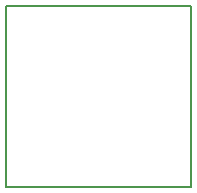
<source format=gbr>
%TF.GenerationSoftware,KiCad,Pcbnew,(6.0.4)*%
%TF.CreationDate,2023-08-09T14:35:33-04:00*%
%TF.ProjectId,MS32,4d533332-2e6b-4696-9361-645f70636258,rev?*%
%TF.SameCoordinates,Original*%
%TF.FileFunction,Profile,NP*%
%FSLAX46Y46*%
G04 Gerber Fmt 4.6, Leading zero omitted, Abs format (unit mm)*
G04 Created by KiCad (PCBNEW (6.0.4)) date 2023-08-09 14:35:33*
%MOMM*%
%LPD*%
G01*
G04 APERTURE LIST*
%TA.AperFunction,Profile*%
%ADD10C,0.200000*%
%TD*%
G04 APERTURE END LIST*
D10*
X98050000Y-97850000D02*
X113750000Y-97850000D01*
X113750000Y-97850000D02*
X113750000Y-113200000D01*
X113750000Y-113200000D02*
X98050000Y-113200000D01*
X98050000Y-113200000D02*
X98050000Y-97850000D01*
M02*

</source>
